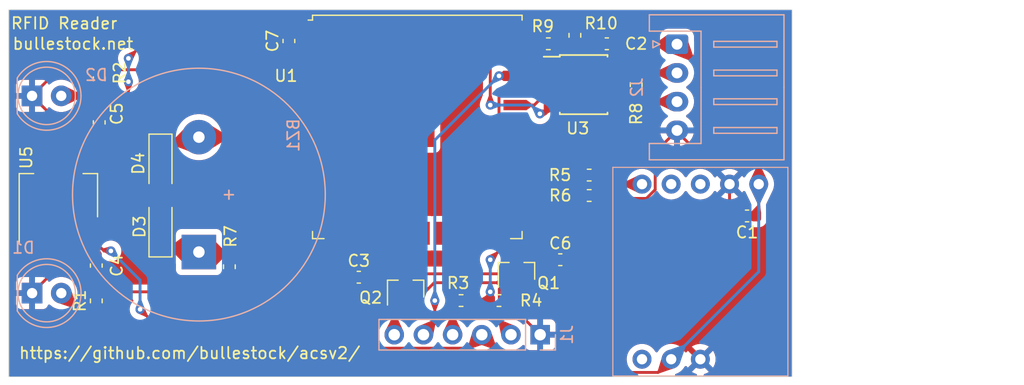
<source format=kicad_pcb>
(kicad_pcb (version 20230410) (generator pcbnew)
  (title_block (comment 4 "AISLER Project ID: ELMSVNFD"))
  (layers (0 "F.Cu" signal) (31 "B.Cu" signal) (34 "B.Paste" user) (35 "F.Paste" user) (36 "B.SilkS" user "B.Silkscreen") (37 "F.SilkS" user "F.Silkscreen") (38 "B.Mask" user) (39 "F.Mask" user) (44 "Edge.Cuts" user))
  (net 0 "")
  (net 1 "BUZ2")
  (net 2 "BUZ1")
  (net 3 "+5V")
  (net 4 "GND")
  (net 5 "Net-(BZ1--)")
  (net 6 "Net-(D1-A)")
  (net 7 "RED")
  (net 8 "GREEN")
  (net 9 "Net-(D2-A)")
  (net 10 "+3V3")
  (net 11 "Net-(D3-A)")
  (net 12 "Net-(J1-Pin_4)")
  (net 13 "Net-(J2-Pin_2)")
  (net 14 "BOOT")
  (net 15 "RESET")
  (net 16 "Net-(U2-TX)")
  (net 32 "ESP_RFID_TX")
  (net 34 "ESP_RX")
  (net 35 "ESP_TX")
  (net 39 "RTS")
  (net 40 "RX485")
  (net 41 "TX485")
  (net 45 "DTR")
  (net 49 "Net-(J2-Pin_3)")
  (net 50 "Net-(U3-RO)")
  (net 51 "RTS485")
  (footprint "Resistor_SMD:R_0603_1608Metric" (layer "F.Cu") (at 94.9705 56.896 180)
    (fp_text reference "R5" (at 2.54 0) (layer "F.SilkS"))
    (fp_text value "1k2")
    (fp_line (start -0.162779 0.51) (end 0.162779 0.51) (stroke (width 0.12)) (layer "F.SilkS"))
    (fp_line (start -0.162779 -0.51) (end 0.162779 -0.51) (stroke (width 0.12)) (layer "F.SilkS"))
    (pad "1" smd roundrect (at -0.7875 0 180) (size 0.875 0.95) (layers "F.Cu" "F.Paste" "F.Mask") (net 16 "Net-(U2-TX)"))
    (pad "2" smd roundrect (at 0.7875 0 180) (size 0.875 0.95) (layers "F.Cu" "F.Paste" "F.Mask") (net 32 "ESP_RFID_TX"))
  )
  (footprint "Resistor_SMD:R_0603_1608Metric" (layer "F.Cu") (at 87.122 67.818)
    (fp_text reference "R4" (at 2.794 0) (layer "F.SilkS"))
    (fp_text value "2k2")
    (fp_line (start -0.162779 -0.51) (end 0.162779 -0.51) (stroke (width 0.12)) (layer "F.SilkS"))
    (fp_line (start -0.162779 0.51) (end 0.162779 0.51) (stroke (width 0.12)) (layer "F.SilkS"))
    (pad "1" smd roundrect (at -0.7875 0) (size 0.875 0.95) (layers "F.Cu" "F.Paste" "F.Mask") (net 34 "ESP_RX"))
    (pad "2" smd roundrect (at 0.7875 0) (size 0.875 0.95) (layers "F.Cu" "F.Paste" "F.Mask") (net 4 "GND"))
  )
  (footprint "Package_TO_SOT_SMD:SOT-23" (layer "F.Cu") (at 78.994 66.802 90)
    (fp_text reference "Q2" (at -0.762 -3.048 -180) (layer "F.SilkS"))
    (fp_text value "MMBT3904")
    (fp_line (start 0.76 -1.58) (end -1.4 -1.58) (stroke (width 0.12)) (layer "F.SilkS"))
    (fp_line (start 0.76 -1.58) (end 0.76 -0.65) (stroke (width 0.12)) (layer "F.SilkS"))
    (fp_line (start 0.76 1.58) (end 0.76 0.65) (stroke (width 0.12)) (layer "F.SilkS"))
    (fp_line (start 0.76 1.58) (end -0.7 1.58) (stroke (width 0.12)) (layer "F.SilkS"))
    (pad "1" smd rect (at -1 -0.95 90) (size 0.9 0.8) (layers "F.Cu" "F.Paste" "F.Mask") (net 45 "DTR"))
    (pad "2" smd rect (at -1 0.95 90) (size 0.9 0.8) (layers "F.Cu" "F.Paste" "F.Mask") (net 39 "RTS"))
    (pad "3" smd rect (at 1 0 90) (size 0.9 0.8) (layers "F.Cu" "F.Paste" "F.Mask") (net 15 "RESET"))
  )
  (footprint "Resistor_SMD:R_0603_1608Metric" (layer "F.Cu") (at 94.9705 58.674)
    (fp_text reference "R6" (at -2.5145 0) (layer "F.SilkS"))
    (fp_text value "2k2")
    (fp_line (start -0.162779 -0.51) (end 0.162779 -0.51) (stroke (width 0.12)) (layer "F.SilkS"))
    (fp_line (start -0.162779 0.51) (end 0.162779 0.51) (stroke (width 0.12)) (layer "F.SilkS"))
    (pad "1" smd roundrect (at -0.7875 0) (size 0.875 0.95) (layers "F.Cu" "F.Paste" "F.Mask") (net 32 "ESP_RFID_TX"))
    (pad "2" smd roundrect (at 0.7875 0) (size 0.875 0.95) (layers "F.Cu" "F.Paste" "F.Mask") (net 4 "GND"))
  )
  (footprint "Capacitor_SMD:C_0603_1608Metric" (layer "F.Cu") (at 92.456 64.262)
    (fp_text reference "C6" (at 0 -1.43) (layer "F.SilkS"))
    (fp_text value "100n")
    (fp_line (start -0.14058 -0.51) (end 0.14058 -0.51) (stroke (width 0.12)) (layer "F.SilkS"))
    (fp_line (start -0.14058 0.51) (end 0.14058 0.51) (stroke (width 0.12)) (layer "F.SilkS"))
    (pad "1" smd roundrect (at -0.775 0) (size 0.9 0.95) (layers "F.Cu" "F.Paste" "F.Mask") (net 14 "BOOT"))
    (pad "2" smd roundrect (at 0.775 0) (size 0.9 0.95) (layers "F.Cu" "F.Paste" "F.Mask") (net 4 "GND"))
  )
  (footprint "Package_TO_SOT_SMD:SOT-223-3_TabPin2" (layer "F.Cu") (at 48.768 58.674 90)
    (fp_text reference "U5" (at 3.302 -2.794 90) (layer "F.SilkS"))
    (fp_text value "AMS1117-3.3")
    (fp_line (start 1.91 -3.41) (end 1.91 -2.15) (stroke (width 0.12)) (layer "F.SilkS"))
    (fp_line (start -4.1 -3.41) (end 1.91 -3.41) (stroke (width 0.12)) (layer "F.SilkS"))
    (fp_line (start 1.91 3.41) (end 1.91 2.15) (stroke (width 0.12)) (layer "F.SilkS"))
    (fp_line (start -1.85 3.41) (end 1.91 3.41) (stroke (width 0.12)) (layer "F.SilkS"))
    (pad "1" smd rect (at -3.15 -2.3 90) (size 2 1.5) (layers "F.Cu" "F.Paste" "F.Mask") (net 4 "GND"))
    (pad "2" smd rect (at -3.15 0 90) (size 2 1.5) (layers "F.Cu" "F.Paste" "F.Mask") (net 10 "+3V3"))
    (pad "2" smd rect (at 3.15 0 90) (size 2 3.8) (layers "F.Cu" "F.Paste" "F.Mask") (net 10 "+3V3"))
    (pad "3" smd rect (at -3.15 2.3 90) (size 2 1.5) (layers "F.Cu" "F.Paste" "F.Mask") (net 3 "+5V"))
  )
  (footprint "RF_Module:ESP32-WROOM-32U" (layer "F.Cu") (at 80.01 52.705)
    (fp_text reference "U1" (at -11.43 -4.445 180) (layer "F.SilkS"))
    (fp_text value "ESP32-WROOM-32U")
    (fp_line (start -9.12 -9.72) (end -9.12 -9.3) (stroke (width 0.12)) (layer "F.SilkS"))
    (fp_line (start -9.12 -9.72) (end 9.12 -9.72) (stroke (width 0.12)) (layer "F.SilkS"))
    (fp_line (start -9.12 -9.3) (end -9.5 -9.3) (stroke (width 0.12)) (layer "F.SilkS"))
    (fp_line (start -9.12 9.1) (end -9.12 9.72) (stroke (width 0.12)) (layer "F.SilkS"))
    (fp_line (start -9.12 9.72) (end -8.12 9.72) (stroke (width 0.12)) (layer "F.SilkS"))
    (fp_line (start 9.12 -9.72) (end 9.12 -9.3) (stroke (width 0.12)) (layer "F.SilkS"))
    (fp_line (start 9.12 9.1) (end 9.12 9.72) (stroke (width 0.12)) (layer "F.SilkS"))
    (fp_line (start 9.12 9.72) (end 8.12 9.72) (stroke (width 0.12)) (layer "F.SilkS"))
    (pad "1" smd rect (at -8.5 -8.255) (size 2 0.9) (layers "F.Cu" "F.Paste" "F.Mask") (net 4 "GND"))
    (pad "2" smd rect (at -8.5 -6.985) (size 2 0.9) (layers "F.Cu" "F.Paste" "F.Mask") (net 10 "+3V3"))
    (pad "3" smd rect (at -8.5 -5.715) (size 2 0.9) (layers "F.Cu" "F.Paste" "F.Mask") (net 15 "RESET"))
    (pad "4" smd rect (at -8.5 -4.445) (size 2 0.9) (layers "F.Cu" "F.Paste" "F.Mask"))
    (pad "5" smd rect (at -8.5 -3.175) (size 2 0.9) (layers "F.Cu" "F.Paste" "F.Mask"))
    (pad "6" smd rect (at -8.5 -1.905) (size 2 0.9) (layers "F.Cu" "F.Paste" "F.Mask"))
    (pad "7" smd rect (at -8.5 -0.635) (size 2 0.9) (layers "F.Cu" "F.Paste" "F.Mask"))
    (pad "8" smd rect (at -8.5 0.635) (size 2 0.9) (layers "F.Cu" "F.Paste" "F.Mask"))
    (pad "9" smd rect (at -8.5 1.905) (size 2 0.9) (layers "F.Cu" "F.Paste" "F.Mask"))
    (pad "10" smd rect (at -8.5 3.175) (size 2 0.9) (layers "F.Cu" "F.Paste" "F.Mask") (net 8 "GREEN"))
    (pad "11" smd rect (at -8.5 4.445) (size 2 0.9) (layers "F.Cu" "F.Paste" "F.Mask") (net 1 "BUZ2"))
    (pad "12" smd rect (at -8.5 5.715) (size 2 0.9) (layers "F.Cu" "F.Paste" "F.Mask") (net 2 "BUZ1"))
    (pad "13" smd rect (at -8.5 6.985) (size 2 0.9) (layers "F.Cu" "F.Paste" "F.Mask") (net 7 "RED"))
    (pad "14" smd rect (at -8.5 8.255) (size 2 0.9) (layers "F.Cu" "F.Paste" "F.Mask"))
    (pad "15" smd rect (at -5.715 9.255 270) (size 2 0.9) (layers "F.Cu" "F.Paste" "F.Mask") (net 4 "GND"))
    (pad "16" smd rect (at -4.445 9.255 90) (size 2 0.9) (layers "F.Cu" "F.Paste" "F.Mask"))
    (pad "17" smd rect (at -3.175 9.255 90) (size 2 0.9) (layers "F.Cu" "F.Paste" "F.Mask"))
    (pad "18" smd rect (at -1.905 9.255 90) (size 2 0.9) (layers "F.Cu" "F.Paste" "F.Mask"))
    (pad "19" smd rect (at -0.635 9.255 90) (size 2 0.9) (layers "F.Cu" "F.Paste" "F.Mask"))
    (pad "20" smd rect (at 0.635 9.255 90) (size 2 0.9) (layers "F.Cu" "F.Paste" "F.Mask"))
    (pad "21" smd rect (at 1.905 9.255 90) (size 2 0.9) (layers "F.Cu" "F.Paste" "F.Mask"))
    (pad "22" smd rect (at 3.175 9.255 90) (size 2 0.9) (layers "F.Cu" "F.Paste" "F.Mask"))
    (pad "23" smd rect (at 4.445 9.255 90) (size 2 0.9) (layers "F.Cu" "F.Paste" "F.Mask"))
    (pad "24" smd rect (at 5.715 9.255 90) (size 2 0.9) (layers "F.Cu" "F.Paste" "F.Mask"))
    (pad "25" smd rect (at 8.5 8.255) (size 2 0.9) (layers "F.Cu" "F.Paste" "F.Mask") (net 14 "BOOT"))
    (pad "26" smd rect (at 8.5 6.985) (size 2 0.9) (layers "F.Cu" "F.Paste" "F.Mask"))
    (pad "27" smd rect (at 8.5 5.715) (size 2 0.9) (layers "F.Cu" "F.Paste" "F.Mask"))
    (pad "28" smd rect (at 8.5 4.445) (size 2 0.9) (layers "F.Cu" "F.Paste" "F.Mask"))
    (pad "29" smd rect (at 8.5 3.175) (size 2 0.9) (layers "F.Cu" "F.Paste" "F.Mask"))
    (pad "30" smd rect (at 8.5 1.905) (size 2 0.9) (layers "F.Cu" "F.Paste" "F.Mask") (net 32 "ESP_RFID_TX"))
    (pad "31" smd rect (at 8.5 0.635) (size 2 0.9) (layers "F.Cu" "F.Paste" "F.Mask"))
    (pad "32" smd rect (at 8.5 -0.635) (size 2 0.9) (layers "F.Cu" "F.Paste" "F.Mask"))
    (pad "33" smd rect (at 8.5 -1.905) (size 2 0.9) (layers "F.Cu" "F.Paste" "F.Mask") (net 51 "RTS485"))
    (pad "34" smd rect (at 8.5 -3.175) (size 2 0.9) (layers "F.Cu" "F.Paste" "F.Mask") (net 34 "ESP_RX"))
    (pad "35" smd rect (at 8.5 -4.445) (size 2 0.9) (layers "F.Cu" "F.Paste" "F.Mask") (net 35 "ESP_TX"))
    (pad "36" smd rect (at 8.5 -5.715) (size 2 0.9) (layers "F.Cu" "F.Paste" "F.Mask") (net 40 "RX485"))
    (pad "37" smd rect (at 8.5 -6.985) (size 2 0.9) (layers "F.Cu" "F.Paste" "F.Mask") (net 41 "TX485"))
    (pad "38" smd rect (at 8.5 -8.255) (size 2 0.9) (layers "F.Cu" "F.Paste" "F.Mask") (net 4 "GND"))
    (pad "39" smd rect (at -1 -0.755) (size 5 5) (layers "F.Cu" "F.Paste" "F.Mask") (net 4 "GND"))
  )
  (footprint "Resistor_SMD:R_0603_1608Metric" (layer "F.Cu") (at 83.82 67.818)
    (fp_text reference "R3" (at -0.254 -1.524) (layer "F.SilkS"))
    (fp_text value "1k2")
    (fp_line (start -0.162779 -0.51) (end 0.162779 -0.51) (stroke (width 0.12)) (layer "F.SilkS"))
    (fp_line (start -0.162779 0.51) (end 0.162779 0.51) (stroke (width 0.12)) (layer "F.SilkS"))
    (pad "1" smd roundrect (at -0.7875 0) (size 0.875 0.95) (layers "F.Cu" "F.Paste" "F.Mask") (net 12 "Net-(J1-Pin_4)"))
    (pad "2" smd roundrect (at 0.7875 0) (size 0.875 0.95) (layers "F.Cu" "F.Paste" "F.Mask") (net 34 "ESP_RX"))
  )
  (footprint "Resistor_SMD:R_0603_1608Metric" (layer "F.Cu") (at 99.06 49.022 -90)
    (fp_text reference "R8" (at 2.54 0 90) (layer "F.SilkS"))
    (fp_text value "120")
    (fp_line (start -0.162779 0.51) (end 0.162779 0.51) (stroke (width 0.12)) (layer "F.SilkS"))
    (fp_line (start -0.162779 -0.51) (end 0.162779 -0.51) (stroke (width 0.12)) (layer "F.SilkS"))
    (pad "1" smd roundrect (at -0.7875 0 270) (size 0.875 0.95) (layers "F.Cu" "F.Paste" "F.Mask") (net 13 "Net-(J2-Pin_2)"))
    (pad "2" smd roundrect (at 0.7875 0 270) (size 0.875 0.95) (layers "F.Cu" "F.Paste" "F.Mask") (net 49 "Net-(J2-Pin_3)"))
  )
  (footprint "Resistor_SMD:R_0603_1608Metric" (layer "F.Cu") (at 91.4145 45.466 180)
    (fp_text reference "R9" (at 0.4825 1.524 -180) (layer "F.SilkS"))
    (fp_text value "1k2")
    (fp_line (start -0.162779 0.51) (end 0.162779 0.51) (stroke (width 0.12)) (layer "F.SilkS"))
    (fp_line (start -0.162779 -0.51) (end 0.162779 -0.51) (stroke (width 0.12)) (layer "F.SilkS"))
    (pad "1" smd roundrect (at -0.7875 0 180) (size 0.875 0.95) (layers "F.Cu" "F.Paste" "F.Mask") (net 50 "Net-(U3-RO)"))
    (pad "2" smd roundrect (at 0.7875 0 180) (size 0.875 0.95) (layers "F.Cu" "F.Paste" "F.Mask") (net 40 "RX485"))
  )
  (footprint "Resistor_SMD:R_0603_1608Metric" (layer "F.Cu") (at 63.6524 64.8717 90)
    (fp_text reference "R7" (at 2.6417 0.1016 -90) (layer "F.SilkS"))
    (fp_text value "100")
    (fp_line (start -0.162779 -0.51) (end 0.162779 -0.51) (stroke (width 0.12)) (layer "F.SilkS"))
    (fp_line (start -0.162779 0.51) (end 0.162779 0.51) (stroke (width 0.12)) (layer "F.SilkS"))
    (pad "1" smd roundrect (at -0.7875 0 90) (size 0.875 0.95) (layers "F.Cu" "F.Paste" "F.Mask") (net 2 "BUZ1"))
    (pad "2" smd roundrect (at 0.7875 0 90) (size 0.875 0.95) (layers "F.Cu" "F.Paste" "F.Mask") (net 5 "Net-(BZ1--)"))
  )
  (footprint "Resistor_SMD:R_0603_1608Metric" (layer "F.Cu") (at 52.07 67.8435 90)
    (fp_text reference "R1" (at 0 -1.43 90) (layer "F.SilkS"))
    (fp_text value "270")
    (fp_line (start -0.162779 -0.51) (end 0.162779 -0.51) (stroke (width 0.12)) (layer "F.SilkS"))
    (fp_line (start -0.162779 0.51) (end 0.162779 0.51) (stroke (width 0.12)) (layer "F.SilkS"))
    (pad "1" smd roundrect (at -0.7875 0 90) (size 0.875 0.95) (layers "F.Cu" "F.Paste" "F.Mask") (net 6 "Net-(D1-A)"))
    (pad "2" smd roundrect (at 0.7875 0 90) (size 0.875 0.95) (layers "F.Cu" "F.Paste" "F.Mask") (net 7 "RED"))
  )
  (footprint "Package_TO_SOT_SMD:SOT-23" (layer "F.Cu") (at 88.646 65.262 90)
    (fp_text reference "Q1" (at -1.032 2.794 -180) (layer "F.SilkS"))
    (fp_text value "MMBT3904")
    (fp_line (start 0.76 -1.58) (end -1.4 -1.58) (stroke (width 0.12)) (layer "F.SilkS"))
    (fp_line (start 0.76 -1.58) (end 0.76 -0.65) (stroke (width 0.12)) (layer "F.SilkS"))
    (fp_line (start 0.76 1.58) (end 0.76 0.65) (stroke (width 0.12)) (layer "F.SilkS"))
    (fp_line (start 0.76 1.58) (end -0.7 1.58) (stroke (width 0.12)) (layer "F.SilkS"))
    (pad "1" smd rect (at -1 -0.95 90) (size 0.9 0.8) (layers "F.Cu" "F.Paste" "F.Mask") (net 39 "RTS"))
    (pad "2" smd rect (at -1 0.95 90) (size 0.9 0.8) (layers "F.Cu" "F.Paste" "F.Mask") (net 45 "DTR"))
    (pad "3" smd rect (at 1 0 90) (size 0.9 0.8) (layers "F.Cu" "F.Paste" "F.Mask") (net 14 "BOOT"))
  )
  (footprint "Diode_SMD:D_MiniMELF" (layer "F.Cu") (at 57.658 61.468 90)
    (fp_text reference "D3" (at 0.0762 -1.8288 90) (layer "F.SilkS"))
    (fp_text value "3V9")
    (fp_line (start 1.75 -1) (end -2.55 -1) (stroke (width 0.12)) (layer "F.SilkS"))
    (fp_line (start -2.55 -1) (end -2.55 1) (stroke (width 0.12)) (layer "F.SilkS"))
    (fp_line (start -2.55 1) (end 1.75 1) (stroke (width 0.12)) (layer "F.SilkS"))
    (pad "1" smd rect (at -1.75 0 90) (size 1.3 1.7) (layers "F.Cu" "F.Paste" "F.Mask") (net 5 "Net-(BZ1--)"))
    (pad "2" smd rect (at 1.75 0 90) (size 1.3 1.7) (layers "F.Cu" "F.Paste" "F.Mask") (net 11 "Net-(D3-A)"))
  )
  (footprint "Resistor_SMD:R_0603_1608Metric" (layer "F.Cu") (at 93.726 44.7295 90)
    (fp_text reference "R10" (at 1.0415 2.286) (layer "F.SilkS"))
    (fp_text value "2k2")
    (fp_line (start -0.162779 -0.51) (end 0.162779 -0.51) (stroke (width 0.12)) (layer "F.SilkS"))
    (fp_line (start -0.162779 0.51) (end 0.162779 0.51) (stroke (width 0.12)) (layer "F.SilkS"))
    (pad "1" smd roundrect (at -0.7875 0 90) (size 0.875 0.95) (layers "F.Cu" "F.Paste" "F.Mask") (net 40 "RX485"))
    (pad "2" smd roundrect (at 0.7875 0 90) (size 0.875 0.95) (layers "F.Cu" "F.Paste" "F.Mask") (net 4 "GND"))
  )
  (footprint "Capacitor_SMD:C_0603_1608Metric" (layer "F.Cu") (at 68.834 45.225 90)
    (fp_text reference "C7" (at 0 -1.43 -90) (layer "F.SilkS"))
    (fp_text value "100n")
    (fp_line (start -0.14058 -0.51) (end 0.14058 -0.51) (stroke (width 0.12)) (layer "F.SilkS"))
    (fp_line (start -0.14058 0.51) (end 0.14058 0.51) (stroke (width 0.12)) (layer "F.SilkS"))
    (pad "1" smd roundrect (at -0.775 0 90) (size 0.9 0.95) (layers "F.Cu" "F.Paste" "F.Mask") (net 10 "+3V3"))
    (pad "2" smd roundrect (at 0.775 0 90) (size 0.9 0.95) (layers "F.Cu" "F.Paste" "F.Mask") (net 4 "GND"))
  )
  (footprint "Capacitor_SMD:C_0603_1608Metric" (layer "F.Cu") (at 52.324 52.311 90)
    (fp_text reference "C5" (at 0.749 1.524 -90) (layer "F.SilkS"))
    (fp_text value "100n")
    (fp_line (start -0.14058 -0.51) (end 0.14058 -0.51) (stroke (width 0.12)) (layer "F.SilkS"))
    (fp_line (start -0.14058 0.51) (end 0.14058 0.51) (stroke (width 0.12)) (layer "F.SilkS"))
    (pad "1" smd roundrect (at -0.775 0 90) (size 0.9 0.95) (layers "F.Cu" "F.Paste" "F.Mask") (net 10 "+3V3"))
    (pad "2" smd roundrect (at 0.775 0 90) (size 0.9 0.95) (layers "F.Cu" "F.Paste" "F.Mask") (net 4 "GND"))
  )
  (footprint "Housings_SOIC:SOIC-8_3.9x4.9mm_Pitch1.27mm" (layer "F.Cu") (at 94.488 49.022)
    (fp_text reference "U3" (at -0.508 3.81) (layer "F.SilkS"))
    (fp_text value "MAX485E")
    (fp_line (start -2.075 -2.575) (end -2.075 -2.43) (stroke (width 0.15)) (layer "F.SilkS"))
    (fp_line (start -2.075 -2.575) (end 2.075 -2.575) (stroke (width 0.15)) (layer "F.SilkS"))
    (fp_line (start -2.075 -2.43) (end -3.475 -2.43) (stroke (width 0.15)) (layer "F.SilkS"))
    (fp_line (start -2.075 2.575) (end -2.075 2.43) (stroke (width 0.15)) (layer "F.SilkS"))
    (fp_line (start -2.075 2.575) (end 2.075 2.575) (stroke (width 0.15)) (layer "F.SilkS"))
    (fp_line (start 2.075 -2.575) (end 2.075 -2.43) (stroke (width 0.15)) (layer "F.SilkS"))
    (fp_line (start 2.075 2.575) (end 2.075 2.43) (stroke (width 0.15)) (layer "F.SilkS"))
    (pad "1" smd rect (at -2.7 -1.905) (size 1.55 0.6) (layers "F.Cu" "F.Paste" "F.Mask") (net 50 "Net-(U3-RO)"))
    (pad "2" smd rect (at -2.7 -0.635) (size 1.55 0.6) (layers "F.Cu" "F.Paste" "F.Mask") (net 51 "RTS485"))
    (pad "3" smd rect (at -2.7 0.635) (size 1.55 0.6) (layers "F.Cu" "F.Paste" "F.Mask") (net 51 "RTS485"))
    (pad "4" smd rect (at -2.7 1.905) (size 1.55 0.6) (layers "F.Cu" "F.Paste" "F.Mask") (net 41 "TX485"))
    (pad "5" smd rect (at 2.7 1.905) (size 1.55 0.6) (layers "F.Cu" "F.Paste" "F.Mask") (net 4 "GND"))
    (pad "6" smd rect (at 2.7 0.635) (size 1.55 0.6) (layers "F.Cu" "F.Paste" "F.Mask") (net 49 "Net-(J2-Pin_3)"))
    (pad "7" smd rect (at 2.7 -0.635) (size 1.55 0.6) (layers "F.Cu" "F.Paste" "F.Mask") (net 13 "Net-(J2-Pin_2)"))
    (pad "8" smd rect (at 2.7 -1.905) (size 1.55 0.6) (layers "F.Cu" "F.Paste" "F.Mask") (net 3 "+5V"))
  )
  (footprint "Resistor_SMD:R_0603_1608Metric" (layer "F.Cu") (at 52.324 48.514 90)
    (fp_text reference "R2" (at 0.508 1.778 90) (layer "F.SilkS"))
    (fp_text value "270")
    (fp_line (start -0.162779 -0.51) (end 0.162779 -0.51) (stroke (width 0.12)) (layer "F.SilkS"))
    (fp_line (start -0.162779 0.51) (end 0.162779 0.51) (stroke (width 0.12)) (layer "F.SilkS"))
    (pad "1" smd roundrect (at -0.7875 0 90) (size 0.875 0.95) (layers "F.Cu" "F.Paste" "F.Mask") (net 9 "Net-(D2-A)"))
    (pad "2" smd roundrect (at 0.7875 0 90) (size 0.875 0.95) (layers "F.Cu" "F.Paste" "F.Mask") (net 8 "GREEN"))
  )
  (footprint "Capacitor_SMD:C_0603_1608Metric" (layer "F.Cu") (at 96.507 45.466 180)
    (fp_text reference "C2" (at -2.553 0) (layer "F.SilkS"))
    (fp_text value "100n")
    (fp_line (start -0.14058 0.51) (end 0.14058 0.51) (stroke (width 0.12)) (layer "F.SilkS"))
    (fp_line (start -0.14058 -0.51) (end 0.14058 -0.51) (stroke (width 0.12)) (layer "F.SilkS"))
    (pad "1" smd roundrect (at -0.775 0 180) (size 0.9 0.95) (layers "F.Cu" "F.Paste" "F.Mask") (net 3 "+5V"))
    (pad "2" smd roundrect (at 0.775 0 180) (size 0.9 0.95) (layers "F.Cu" "F.Paste" "F.Mask") (net 4 "GND"))
  )
  (footprint "Capacitor_SMD:C_0603_1608Metric" (layer "F.Cu") (at 108.712 60.452 180)
    (fp_text reference "C1" (at 0 -1.43 -180) (layer "F.SilkS"))
    (fp_text value "10u")
    (fp_line (start -0.14058 0.51) (end 0.14058 0.51) (stroke (width 0.12)) (layer "F.SilkS"))
    (fp_line (start -0.14058 -0.51) (end 0.14058 -0.51) (stroke (width 0.12)) (layer "F.SilkS"))
    (pad "1" smd roundrect (at -0.775 0 180) (size 0.9 0.95) (layers "F.Cu" "F.Paste" "F.Mask") (net 3 "+5V"))
    (pad "2" smd roundrect (at 0.775 0 180) (size 0.9 0.95) (layers "F.Cu" "F.Paste" "F.Mask") (net 4 "GND"))
  )
  (footprint "Capacitor_SMD:C_0603_1608Metric" (layer "F.Cu") (at 52.07 64.77 -90)
    (fp_text reference "C4" (at 0 -1.778 90) (layer "F.SilkS"))
    (fp_text value "100n")
    (fp_line (start -0.14058 0.51) (end 0.14058 0.51) (stroke (width 0.12)) (layer "F.SilkS"))
    (fp_line (start -0.14058 -0.51) (end 0.14058 -0.51) (stroke (width 0.12)) (layer "F.SilkS"))
    (pad "1" smd roundrect (at -0.775 0 270) (size 0.9 0.95) (layers "F.Cu" "F.Paste" "F.Mask") (net 3 "+5V"))
    (pad "2" smd roundrect (at 0.775 0 270) (size 0.9 0.95) (layers "F.Cu" "F.Paste" "F.Mask") (net 4 "GND"))
  )
  (footprint "Capacitor_SMD:C_0603_1608Metric" (layer "F.Cu") (at 74.917 65.786)
    (fp_text reference "C3" (at 0 -1.43) (layer "F.SilkS"))
    (fp_text value "100n")
    (fp_line (start -0.14058 -0.51) (end 0.14058 -0.51) (stroke (width 0.12)) (layer "F.SilkS"))
    (fp_line (start -0.14058 0.51) (end 0.14058 0.51) (stroke (width 0.12)) (layer "F.SilkS"))
    (pad "1" smd roundrect (at -0.775 0) (size 0.9 0.95) (layers "F.Cu" "F.Paste" "F.Mask") (net 4 "GND"))
    (pad "2" smd roundrect (at 0.775 0) (size 0.9 0.95) (layers "F.Cu" "F.Paste" "F.Mask") (net 15 "RESET"))
  )
  (footprint "Diode_SMD:D_MiniMELF" (layer "F.Cu") (at 57.658 55.88 -90)
    (fp_text reference "D4" (at 0 1.9304 90) (layer "F.SilkS"))
    (fp_text value "3V9")
    (fp_line (start -2.55 1) (end 1.75 1) (stroke (width 0.12)) (layer "F.SilkS"))
    (fp_line (start -2.55 -1) (end -2.55 1) (stroke (width 0.12)) (layer "F.SilkS"))
    (fp_line (start 1.75 -1) (end -2.55 -1) (stroke (width 0.12)) (layer "F.SilkS"))
    (pad "1" smd rect (at -1.75 0 270) (size 1.3 1.7) (layers "F.Cu" "F.Paste" "F.Mask") (net 1 "BUZ2"))
    (pad "2" smd rect (at 1.75 0 270) (size 1.3 1.7) (layers "F.Cu" "F.Paste" "F.Mask") (net 11 "Net-(D3-A)"))
  )
  (footprint "LED_THT:LED_D5.0mm" (layer "B.Cu") (at 46.477 50)
    (fp_text reference "D2" (at 5.593 -1.816) (layer "B.SilkS") (effects (justify mirror)))
    (fp_text value "LED")
    (fp_line (start -1.29 -1.545) (end -1.29 1.545) (stroke (width 0.12)) (layer "B.SilkS"))
    (fp_arc (start -1.29 -1.54483) (mid 2.072002 -2.880433) (end 4.26 0.000462) (stroke (width 0.12)) (layer "B.SilkS"))
    (fp_arc (start 4.26 -0.000462) (mid 2.072002 2.880433) (end -1.29 1.54483) (stroke (width 0.12)) (layer "B.SilkS"))
    (fp_circle (center 1.27 0) (end 3.77 0) (stroke (width 0.12)) (fill none) (layer "B.SilkS"))
    (pad "1" thru_hole rect (at 0 0) (size 1.8 1.8) (drill 0.9) (layers "*.Cu" "*.Mask") (net 4 "GND"))
    (pad "2" thru_hole circle (at 2.54 0) (size 1.8 1.8) (drill 0.9) (layers "*.Cu" "*.Mask") (net 9 "Net-(D2-A)"))
  )
  (footprint "Connector_JST:JST_XH_S04B-XH-A_1x04_P2.50mm_Horizontal" (layer "B.Cu") (at 102.616 45.506 -90)
    (fp_text reference "J2" (at 3.75 3.5 90) (layer "B.SilkS") (effects (justify mirror)))
    (fp_text value "RS485")
    (fp_line (start -2.56 2.41) (end -2.56 -9.31) (stroke (width 0.12)) (layer "B.SilkS"))
    (fp_line (start -1.14 2.41) (end -2.56 2.41) (stroke (width 0.12)) (layer "B.SilkS"))
    (fp_line (start 8.64 2.41) (end 10.06 2.41) (stroke (width 0.12)) (layer "B.SilkS"))
    (fp_line (start 10.06 2.41) (end 10.06 -9.31) (stroke (width 0.12)) (layer "B.SilkS"))
    (fp_line (start -0.3 2.1) (end 0 1.5) (stroke (width 0.12)) (layer "B.SilkS"))
    (fp_line (start 0.3 2.1) (end -0.3 2.1) (stroke (width 0.12)) (layer "B.SilkS"))
    (fp_line (start 0 1.5) (end 0.3 2.1) (stroke (width 0.12)) (layer "B.SilkS"))
    (fp_line (start -1.14 -2.09) (end -1.14 2.41) (stroke (width 0.12)) (layer "B.SilkS"))
    (fp_line (start 3.75 -2.09) (end -1.14 -2.09) (stroke (width 0.12)) (layer "B.SilkS"))
    (fp_line (start 3.75 -2.09) (end 8.64 -2.09) (stroke (width 0.12)) (layer "B.SilkS"))
    (fp_line (start 8.64 -2.09) (end 8.64 2.41) (stroke (width 0.12)) (layer "B.SilkS"))
    (fp_line (start -0.25 -3.2) (end 0.25 -3.2) (stroke (width 0.12)) (layer "B.SilkS"))
    (fp_line (start 0.25 -3.2) (end 0.25 -8.7) (stroke (width 0.12)) (layer "B.SilkS"))
    (fp_line (start 2.25 -3.2) (end 2.75 -3.2) (stroke (width 0.12)) (layer "B.SilkS"))
    (fp_line (start 2.75 -3.2) (end 2.75 -8.7) (stroke (width 0.12)) (layer "B.SilkS"))
    (fp_line (start 4.75 -3.2) (end 5.25 -3.2) (stroke (width 0.12)) (layer "B.SilkS"))
    (fp_line (start 5.25 -3.2) (end 5.25 -8.7) (stroke (width 0.12)) (layer "B.SilkS"))
    (fp_line (start 7.25 -3.2) (end 7.75 -3.2) (stroke (width 0.12)) (layer "B.SilkS"))
    (fp_line (start 7.75 -3.2) (end 7.75 -8.7) (stroke (width 0.12)) (layer "B.SilkS"))
    (fp_line (start -0.25 -8.7) (end -0.25 -3.2) (stroke (width 0.12)) (layer "B.SilkS"))
    (fp_line (start 0.25 -8.7) (end -0.25 -8.7) (stroke (width 0.12)) (layer "B.SilkS"))
    (fp_line (start 2.25 -8.7) (end 2.25 -3.2) (stroke (width 0.12)) (layer "B.SilkS"))
    (fp_line (start 2.75 -8.7) (end 2.25 -8.7) (stroke (width 0.12)) (layer "B.SilkS"))
    (fp_line (start 4.75 -8.7) (end 4.75 -3.2) (stroke (width 0.12)) (layer "B.SilkS"))
    (fp_line (start 5.25 -8.7) (end 4.75 -8.7) (stroke (width 0.12)) (layer "B.SilkS"))
    (fp_line (start 7.25 -8.7) (end 7.25 -3.2) (stroke (width 0.12)) (layer "B.SilkS"))
    (fp_line (start 7.75 -8.7) (end 7.25 -8.7) (stroke (width 0.12)) (layer "B.SilkS"))
    (fp_line (start -2.56 -9.31) (end 3.75 -9.31) (stroke (width 0.12)) (layer "B.SilkS"))
    (fp_line (start 10.06 -9.31) (end 3.75 -9.31) (stroke (width 0.12)) (layer "B.SilkS"))
    (pad "1" thru_hole roundrect (at 0 0 270) (size 1.7 1.95) (drill 0.95) (layers "*.Cu" "*.Mask") (roundrect_rratio 0.1470588235) (net 3 "+5V"))
    (pad "2" thru_hole oval (at 2.5 0 270) (size 1.7 1.95) (drill 0.95) (layers "*.Cu" "*.Mask") (net 13 "Net-(J2-Pin_2)"))
    (pad "3" thru_hole oval (at 5 0 270) (size 1.7 1.95) (drill 0.95) (layers "*.Cu" "*.Mask") (net 49 "Net-(J2-Pin_3)"))
    (pad "4" thru_hole oval (at 7.5 0 270) (size 1.7 1.95) (drill 0.95) (layers "*.Cu" "*.Mask") (net 4 "GND"))
  )
  (footprint "Connector_PinHeader_2.54mm:PinHeader_1x06_P2.54mm_Vertical" (layer "B.Cu") (at 90.7034 70.7898 90)
    (fp_text reference "J1" (at 0 2.33 -90) (layer "B.SilkS") (effects (justify mirror)))
    (fp_text value "Debug")
    (fp_line (start 1.33 -14.03) (end -1.33 -14.03) (stroke (width 0.12)) (layer "B.SilkS"))
    (fp_line (start 1.33 -14.03) (end 1.33 -1.27) (stroke (width 0.12)) (layer "B.SilkS"))
    (fp_line (start -1.33 -14.03) (end -1.33 -1.27) (stroke (width 0.12)) (layer "B.SilkS"))
    (fp_line (start 1.33 -1.27) (end -1.33 -1.27) (stroke (width 0.12)) (layer "B.SilkS"))
    (fp_line (start 0 1.33) (end -1.33 1.33) (stroke (width 0.12)) (layer "B.SilkS"))
    (fp_line (start -1.33 1.33) (end -1.33 0) (stroke (width 0.12)) (layer "B.SilkS"))
    (pad "1" thru_hole rect (at 0 0 270) (size 1.7 1.7) (drill 1) (layers "*.Cu" "*.Mask") (net 4 "GND"))
    (pad "2" thru_hole oval (at 0 -2.54 270) (size 1.7 1.7) (drill 1) (layers "*.Cu" "*.Mask") (net 39 "RTS"))
    (pad "3" thru_hole oval (at 0 -5.08 270) (size 1.7 1.7) (drill 1) (layers "*.Cu" "*.Mask") (net 3 "+5V"))
    (pad "4" thru_hole oval (at 0 -7.62 270) (size 1.7 1.7) (drill 1) (layers "*.Cu" "*.Mask") (net 12 "Net-(J1-Pin_4)"))
    (pad "5" thru_hole oval (at 0 -10.16 270) (size 1.7 1.7) (drill 1) (layers "*.Cu" "*.Mask") (net 35 "ESP_TX"))
    (pad "6" thru_hole oval (at 0 -12.7 270) (size 1.7 1.7) (drill 1) (layers "*.Cu" "*.Mask") (net 45 "DTR"))
  )
  (footprint "Module:Buzzer_D22mm_H8mm_P10mm" (layer "B.Cu") (at 61 58.594 90)
    (fp_text reference "BZ1" (at 5.16 8.23 90) (layer "B.SilkS") (effects (justify mirror)))
    (fp_text value "Buzzer")
    (fp_circle (center 0 0) (end 11 0) (stroke (width 0.12)) (fill none) (layer "B.SilkS"))
    (fp_text user "+" (at -0.01 2.54 90) (layer "B.SilkS") (effects (justify mirror)))
    (pad "1" thru_hole rect (at -5 0 90) (size 3 3) (drill 1) (layers "*.Cu" "*.Mask") (net 5 "Net-(BZ1--)"))
    (pad "2" thru_hole circle (at 5 0 90) (size 3 3) (drill 1) (layers "*.Cu" "*.Mask") (net 1 "BUZ2"))
  )
  (footprint "LED_THT:LED_D5.0mm" (layer "B.Cu") (at 46.482 67.17)
    (fp_text reference "D1" (at -0.762 -3.95) (layer "B.SilkS") (effects (justify mirror)))
    (fp_text value "LED")
    (fp_line (start -1.29 -1.545) (end -1.29 1.545) (stroke (width 0.12)) (layer "B.SilkS"))
    (fp_arc (start -1.29 -1.54483) (mid 2.072002 -2.880433) (end 4.26 0.000462) (stroke (width 0.12)) (layer "B.SilkS"))
    (fp_arc (start 4.26 -0.000462) (mid 2.072002 2.880433) (end -1.29 1.54483) (stroke (width 0.12)) (layer "B.SilkS"))
    (fp_circle (center 1.27 0) (end 3.77 0) (stroke (width 0.12)) (fill none) (layer "B.SilkS"))
    (pad "1" thru_hole rect (at 0 0) (size 1.8 1.8) (drill 0.9) (layers "*.Cu" "*.Mask") (net 4 "GND"))
    (pad "2" thru_hole circle (at 2.54 0) (size 1.8 1.8) (drill 0.9) (layers "*.Cu" "*.Mask") (net 6 "Net-(D1-A)"))
  )
  (footprint "Module:RDM6300_B38.5x18.2mm" (layer "B.Cu") (at 132.588 72.9234 180)
    (fp_text reference "U2" hide)
    (fp_text value "RDM6300")
    (fp_line (start 35.56 16.7005) (end 35.56 -1.4605) (stroke (width 0.1)) (layer "B.SilkS"))
    (fp_line (start 35.56 -1.4605) (end 20.32 -1.4605) (stroke (width 0.1)) (layer "B.SilkS"))
    (fp_line (start 20.32 16.7005) (end 35.56 16.7005) (stroke (width 0.1)) (layer "B.SilkS"))
    (fp_line (start 20.32 -1.4605) (end 20.32 16.7005) (stroke (width 0.1)) (layer "B.SilkS"))
    (pad "3" thru_hole circle (at 27.94 0 180) (size 1.65 1.65) (drill 0.9) (layers "*.Cu" "*.Mask") (net 4 "GND"))
    (pad "4" thru_hole circle (at 30.48 0 180) (size 1.65 1.65) (drill 0.9) (layers "*.Cu" "*.Mask") (net 3 "+5V"))
    (pad "5" thru_hole circle (at 33.02 0 180) (size 1.65 1.65) (drill 0.9) (layers "*.Cu" "*.Mask"))
    (pad "6" thru_hole circle (at 33.02 15.24 180) (size 1.65 1.65) (drill 0.9) (layers "*.Cu" "*.Mask") (net 16 "Net-(U2-TX)"))
    (pad "7" thru_hole circle (at 30.48 15.24 180) (size 1.65 1.65) (drill 0.9) (layers "*.Cu" "*.Mask"))
    (pad "8" thru_hole circle (at 27.94 15.24 180) (size 1.65 1.65) (drill 0.9) (layers "*.Cu" "*.Mask"))
    (pad "9" thru_hole circle (at 25.4 15.24 180) (size 1.65 1.65) (drill 0.9) (layers "*.Cu" "*.Mask") (net 4 "GND"))
    (pad "10" thru_hole circle (at 22.86 15.24 180) (size 1.65 1.65) (drill 0.9) (layers "*.Cu" "*.Mask") (net 3 "+5V"))
  )
  (gr_rect (start 44.45 42.5) (end 112.6282 74.4474) (stroke (width 0.05)) (fill none) (layer "Edge.Cuts"))
  (gr_text "https://github.com/bullestock/acsv2/" (at 60.198 72.39) (layer "F.SilkS") (effects (font (size 1 1))))
  (gr_text "RFID Reader" (at 49.276 43.688) (layer "F.SilkS") (effects (font (size 1 1))))
  (gr_text "bullestock.net" (at 50.038 45.466) (layer "F.SilkS") (effects (font (size 1 1))))
  (segment (start 68.834 57.15) (end 65.278 53.594) (width 0.25) (layer "F.Cu") (net 1))
  (segment (start 57.658 54.13) (end 60.464 54.13) (width 0.25) (layer "F.Cu") (net 1))
  (segment (start 71.51 57.15) (end 68.834 57.15) (width 0.25) (layer "F.Cu") (net 1))
  (segment (start 60.464 54.13) (end 61 53.594) (width 0.25) (layer "F.Cu") (net 1))
  (segment (start 65.278 53.594) (end 61 53.594) (width 0.25) (layer "F.Cu") (net 1))
  (segment (start 70.26 58.42) (end 67.8725 60.8075) (width 0.25) (layer "F.Cu") (net 2))
  (segment (start 67.8725 63.8085) (end 66.0218 65.6592) (width 0.25) (layer "F.Cu") (net 2))
  (segment (start 67.8725 60.8075) (end 67.8725 63.8085) (width 0.25) (layer "F.Cu") (net 2))
  (segment (start 71.51 58.42) (end 70.26 58.42) (width 0.25) (layer "F.Cu") (net 2))
  (segment (start 66.0218 65.6592) (end 63.6524 65.6592) (width 0.25) (layer "F.Cu") (net 2))
  (segment (start 109.728 57.6834) (end 109.728 60.211) (width 0.25) (layer "F.Cu") (net 3))
  (segment (start 102.616 45.506) (end 109.728 52.618) (width 0.25) (layer "F.Cu") (net 3))
  (segment (start 109.728 60.211) (end 109.487 60.452) (width 0.25) (layer "F.Cu") (net 3))
  (segment (start 52.07 62.826) (end 51.068 61.824) (width 0.25) (layer "F.Cu") (net 3))
  (segment (start 88.9065 74.0729) (end 85.6234 70.7898) (width 0.25) (layer "F.Cu") (net 3))
  (segment (start 53.34 63.5) (end 52.744 63.5) (width 0.25) (layer "F.Cu") (net 3))
  (segment (start 97.282 45.466) (end 97.282 47.023) (width 0.25) (layer "F.Cu") (net 3))
  (segment (start 109.728 52.618) (end 109.728 57.6834) (width 0.25) (layer "F.Cu") (net 3))
  (segment (start 52.744 63.5) (end 51.068 61.824) (width 0.25) (layer "F.Cu") (net 3))
  (segment (start 59.2643 71.9643) (end 55.88 68.58) (width 0.25) (layer "F.Cu") (net 3))
  (segment (start 52.07 63.995) (end 52.07 62.826) (width 0.25) (layer "F.Cu") (net 3))
  (segment (start 97.322 45.506) (end 97.282 45.466) (width 0.25) (layer "F.Cu") (net 3))
  (segment (start 84.4489 71.9643) (end 59.2643 71.9643) (width 0.25) (layer "F.Cu") (net 3))
  (segment (start 97.282 47.023) (end 97.188 47.117) (width 0.25) (layer "F.Cu") (net 3))
  (segment (start 100.9585 74.0729) (end 88.9065 74.0729) (width 0.25) (layer "F.Cu") (net 3))
  (segment (start 85.6234 70.7898) (end 84.4489 71.9643) (width 0.25) (layer "F.Cu") (net 3))
  (segment (start 102.108 72.9234) (end 100.9585 74.0729) (width 0.25) (layer "F.Cu") (net 3))
  (segment (start 102.616 45.506) (end 97.322 45.506) (width 0.25) (layer "F.Cu") (net 3))
  (via (at 53.34 63.5) (size 0.8) (drill 0.4) (layers "F.Cu" "B.Cu") (net 3))
  (via (at 55.88 68.58) (size 0.8) (drill 0.4) (layers "F.Cu" "B.Cu") (net 3))
  (segment (start 55.88 68.58) (end 55.88 66.04) (width 0.25) (layer "B.Cu") (net 3))
  (segment (start 109.728 65.3034) (end 102.108 72.9234) (width 0.25) (layer "B.Cu") (net 3))
  (segment (start 55.88 66.04) (end 53.34 63.5) (width 0.25) (layer "B.Cu") (net 3))
  (segment (start 109.728 57.6834) (end 109.728 65.3034) (width 0.25) (layer "B.Cu") (net 3))
  (segment (start 96.713 50.927) (end 97.188 50.927) (width 0.25) (layer "F.Cu") (net 4))
  (segment (start 89.018 43.942) (end 88.51 44.45) (width 0.25) (layer "F.Cu") (net 4))
  (segment (start 79.01 50.7) (end 79.01 51.95) (width 0.25) (layer "F.Cu") (net 4))
  (segment (start 104.648 72.9234) (end 107.937 69.6344) (width 0.25) (layer "F.Cu") (net 4))
  (segment (start 88.51 44.45) (end 86.51 44.45) (width 0.25) (layer "F.Cu") (net 4))
  (segment (start 94.208 43.942) (end 95.732 45.466) (width 0.25) (layer "F.Cu") (net 4))
  (segment (start 72.76 44.45) (end 79.01 50.7) (width 0.25) (layer "F.Cu") (net 4))
  (segment (start 86.51 44.45) (end 79.01 51.95) (width 0.25) (layer "F.Cu") (net 4))
  (segment (start 48.107 65.545) (end 46.482 67.17) (width 0.25) (layer "F.Cu") (net 4))
  (segment (start 102.616 53.006) (end 99.267 53.006) (width 0.25) (layer "F.Cu") (net 4))
  (segment (start 71.51 44.45) (end 68.834 44.45) (width 0.25) (layer "F.Cu") (net 4))
  (segment (start 99.949039 58.928) (end 96.012 58.928) (width 0.25) (layer "F.Cu") (net 4))
  (segment (start 52.07 65.545) (end 48.107 65.545) (width 0.25) (layer "F.Cu") (net 4))
  (segment (start 102.616 53.006) (end 100.7175 54.9045) (width 0.25) (layer "F.Cu") (net 4))
  (segment (start 93.726 43.942) (end 89.018 43.942) (width 0.25) (layer "F.Cu") (net 4))
  (segment (start 95.732 49.946) (end 96.713 50.927) (width 0.25) (layer "F.Cu") (net 4))
  (segment (start 46.477 50) (end 46.477 61.815) (width 0.25) (layer "F.Cu") (net 4))
  (segment (start 95.732 45.466) (end 95.732 49.946) (width 0.25) (layer "F.Cu") (net 4))
  (segment (start 87.9095 67.9959) (end 90.7034 70.7898) (width 0.25) (layer "F.Cu") (net 4))
  (segment (start 107.188 59.703) (end 107.937 60.452) (width 0.25) (layer "F.Cu") (net 4))
  (segment (start 74.295 65.633) (end 74.142 65.786) (width 0.25) (layer "F.Cu") (net 4))
  (segment (start 46.482 61.838) (end 46.468 61.824) (width 0.25) (layer "F.Cu") (net 4))
  (segment (start 52.027 44.45) (end 46.477 50) (width 0.25) (layer "F.Cu") (net 4))
  (segment (start 74.295 61.96) (end 74.295 56.665) (width 0.25) (layer "F.Cu") (net 4))
  (segment (start 93.726 43.942) (end 94.208 43.942) (width 0.25) (layer "F.Cu") (net 4))
  (segment (start 107.937 69.6344) (end 107.937 60.452) (width 0.25) (layer "F.Cu") (net 4))
  (segment (start 95.758 61.735) (end 93.231 64.262) (width 0.25) (layer "F.Cu") (net 4))
  (segment (start 99.267 53.006) (end 97.188 50.927) (width 0.25) (layer "F.Cu") (net 4))
  (segment (start 71.51 44.45) (end 72.76 44.45) (width 0.25) (layer "F.Cu") (net 4))
  (segment (start 74.295 56.665) (end 79.01 51.95) (width 0.25) (layer "F.Cu") (net 4))
  (segment (start 102.616 53.006) (end 102.616 53.1114) (width 0.25) (layer "F.Cu") (net 4))
  (segment (start 93.231 64.262) (end 89.675 67.818) (width 0.25) (layer "F.Cu") (net 4))
  (segment (start 48.013 51.536) (end 52.324 51.536) (width 0.25) (layer "F.Cu") (net 4))
  (segment (start 46.482 67.17) (end 46.482 61.838) (width 0.25) (layer "F.Cu") (net 4))
  (segment (start 89.675 67.818) (end 87.9095 67.818) (width 0.25) (layer "F.Cu") (net 4))
  (segment (start 107.188 57.6834) (end 107.188 59.703) (width 0.25) (layer "F.Cu") (net 4))
  (segment (start 102.616 53.1114) (end 107.188 57.6834) (width 0.25) (layer "F.Cu") (net 4))
  (segment (start 68.834 44.45) (end 52.027 44.45) (width 0.25) (layer "F.Cu") (net 4))
  (segment (start 100.7175 58.159539) (end 99.949039 58.928) (width 0.25) (layer "F.Cu") (net 4))
  (segment (start 96.012 58.928) (end 95.758 58.674) (width 0.25) (layer "F.Cu") (net 4))
  (segment (start 74.295 61.96) (end 74.295 65.633) (width 0.25) (layer "F.Cu") (net 4))
  (segment (start 95.758 58.674) (end 95.758 61.735) (width 0.25) (layer "F.Cu") (net 4))
  (segment (start 100.7175 54.9045) (end 100.7175 58.159539) (width 0.25) (layer "F.Cu") (net 4))
  (segment (start 46.477 50) (end 48.013 51.536) (width 0.25) (layer "F.Cu") (net 4))
  (segment (start 87.9095 67.818) (end 87.9095 67.9959) (width 0.25) (layer "F.Cu") (net 4))
  (segment (start 46.477 61.815) (end 46.468 61.824) (width 0.25) (layer "F.Cu") (net 4))
  (segment (start 60.624 63.218) (end 61 63.594) (width 0.25) (layer "F.Cu") (net 5))
  (segment (start 63.6524 64.0842) (end 63.1622 63.594) (width 0.25) (layer "F.Cu") (net 5))
  (segment (start 63.1622 63.594) (end 61 63.594) (width 0.25) (layer "F.Cu") (net 5))
  (segment (start 57.658 63.218) (end 60.624 63.218) (width 0.25) (layer "F.Cu") (net 5))
  (segment (start 50.483 68.631) (end 49.022 67.17) (width 0.25) (layer "F.Cu") (net 6))
  (segment (start 52.07 68.631) (end 50.483 68.631) (width 0.25) (layer "F.Cu") (net 6))
  (segment (start 71.51 59.69) (end 70.681 59.69) (width 0.25) (layer "F.Cu") (net 7))
  (segment (start 65.786 67.056) (end 52.07 67.056) (width 0.25) (layer "F.Cu") (net 7))
  (segment (start 70.681 59.69) (end 68.322001 62.048999) (width 0.25) (layer "F.Cu") (net 7))
  (segment (start 68.322001 62.048999) (end 68.326 64.516) (width 0.25) (layer "F.Cu") (net 7))
  (segment (start 68.326 64.516) (end 65.786 67.056) (width 0.25) (layer "F.Cu") (net 7))
  (segment (start 63.663626 47.7265) (end 68.58 52.642874) (width 0.25) (layer "F.Cu") (net 8))
  (segment (start 52.324 47.7265) (end 63.663626 47.7265) (width 0.25) (layer "F.Cu") (net 8))
  (segment (start 69.342 55.88) (end 71.51 55.88) (width 0.25) (layer "F.Cu") (net 8))
  (segment (start 68.58 52.642874) (end 68.58 55.118) (width 0.25) (layer "F.Cu") (net 8))
  (segment (start 68.58 55.118) (end 69.342 55.88) (width 0.25) (layer "F.Cu") (net 8))
  (segment (start 51.6255 50) (end 49.017 50) (width 0.25) (layer "F.Cu") (net 9))
  (segment (start 52.324 49.3015) (end 51.6255 50) (width 0.25) (layer "F.Cu") (net 9))
  (segment (start 71.51 45.72) (end 69.114 45.72) (width 0.25) (layer "F.Cu") (net 10))
  (segment (start 69.114 45.72) (end 68.834 46) (width 0.25) (layer "F.Cu") (net 10))
  (segment (start 49.886 55.524) (end 48.768 55.524) (width 0.25) (layer "F.Cu") (net 10))
  (segment (start 54.864 48.768) (end 54.864 50.546) (width 0.25) (layer "F.Cu") (net 10))
  (segment (start 68.834 46) (end 55.6 46) (width 0.25) (layer "F.Cu") (net 10))
  (segment (start 54.864 50.546) (end 52.324 53.086) (width 0.25) (layer "F.Cu") (net 10))
  (segment (start 52.324 53.086) (end 49.886 55.524) (width 0.25) (layer "F.Cu") (net 10))
  (segment (start 48.768 55.524) (end 48.768 61.824) (width 0.25) (layer "F.Cu") (net 10))
  (segment (start 55.6 46) (end 54.864 46.736) (width 0.25) (layer "F.Cu") (net 10))
  (via (at 54.864 46.736) (size 0.8) (drill 0.4) (layers "F.Cu" "B.Cu") (net 10))
  (via (at 54.864 48.768) (size 0.8) (drill 0.4) (layers "F.Cu" "B.Cu") (net 10))
  (segment (start 54.864 46.736) (end 54.864 48.768) (width 0.25) (layer "B.Cu") (net 10))
  (segment (start 57.658 57.63) (end 57.658 59.718) (width 0.25) (layer "F.Cu") (net 11))
  (segment (start 83.0834 67.8689) (end 83.0834 70.7898) (width 0.25) (layer "F.Cu") (net 12))
  (segment (start 83.0325 67.818) (end 83.0834 67.8689) (width 0.25) (layer "F.Cu") (net 12))
  (segment (start 99.06 48.2345) (end 99.2885 48.006) (width 0.25) (layer "F.Cu") (net 13))
  (segment (start 97.188 48.387) (end 98.9075 48.387) (width 0.25) (layer "F.Cu") (net 13))
  (segment (start 98.9075 48.387) (end 99.06 48.2345) (width 0.25) (layer "F.Cu") (net 13))
  (segment (start 99.2885 48.006) (end 102.616 48.006) (width 0.25) (layer "F.Cu") (net 13))
  (segment (start 88.51 60.96) (end 88.51 64.126) (width 0.25) (layer "F.Cu") (net 14))
  (segment (start 88.51 64.126) (end 88.646 64.262) (width 0.25) (layer "F.Cu") (net 14))
  (segment (start 88.646 64.262) (end 91.681 64.262) (width 0.25) (layer "F.Cu") (net 14))
  (segment (start 75.708 65.802) (end 78.994 65.802) (width 0.25) (layer "F.Cu") (net 15))
  (segment (start 74.8925 66.5855) (end 75.692 65.786) (width 0.25) (layer "F.Cu") (net 15))
  (segment (start 73.4435 66.5855) (end 74.8925 66.5855) (width 0.25) (layer "F.Cu") (net 15))
  (segment (start 73.3675 66.5095) (end 73.4435 66.5855) (width 0.25) (layer "F.Cu") (net 15))
  (segment (start 75.692 65.786) (end 75.708 65.802) (width 0.25) (layer "F.Cu") (net 15))
  (segment (start 71.51 46.99) (end 72.76 46.99) (width 0.25) (layer "F.Cu") (net 15))
  (segment (start 73.3675 47.5975) (end 73.3675 66.5095) (width 0.25) (layer "F.Cu") (net 15))
  (segment (start 72.76 46.99) (end 73.3675 47.5975) (width 0.25) (layer "F.Cu") (net 15))
  (segment (start 96.5454 57.6834) (end 99.568 57.6834) (width 0.25) (layer "F.Cu") (net 16))
  (segment (start 95.758 56.896) (end 96.5454 57.6834) (width 0.25) (layer "F.Cu") (net 16))
  (segment (start 88.51 54.61) (end 91.897 54.61) (width 0.25) (layer "F.Cu") (net 32))
  (segment (start 94.183 56.896) (end 94.183 58.674) (width 0.25) (layer "F.Cu") (net 32))
  (segment (start 91.897 54.61) (end 94.183 56.896) (width 0.25) (layer "F.Cu") (net 32))
  (segment (start 86.36 67.7925) (end 86.3345 67.818) (width 0.25) (layer "F.Cu") (net 34))
  (segment (start 86.36 67.056) (end 86.36 67.7925) (width 0.25) (layer "F.Cu") (net 34))
  (segment (start 84.6075 67.818) (end 86.3345 67.818) (width 0.25) (layer "F.Cu") (net 34))
  (segment (start 87.122 49.668) (end 87.122 63.5) (width 0.25) (layer "F.Cu") (net 34))
  (segment (start 87.122 63.5) (end 86.36 64.262) (width 0.25) (layer "F.Cu") (net 34))
  (segment (start 88.51 49.53) (end 87.26 49.53) (width 0.25) (layer "F.Cu") (net 34))
  (segment (start 87.26 49.53) (end 87.122 49.668) (width 0.25) (layer "F.Cu") (net 34))
  (via (at 86.36 67.056) (size 0.8) (drill 0.4) (layers "F.Cu" "B.Cu") (net 34))
  (via (at 86.36 64.262) (size 0.8) (drill 0.4) (layers "F.Cu" "B.Cu") (net 34))
  (segment (start 86.36 64.262) (end 86.36 67.056) (width 0.25) (layer "B.Cu") (net 34))
  (segment (start 81.534 69.7992) (end 80.5434 70.7898) (width 0.25) (layer "F.Cu") (net 35))
  (segment (start 81.534 67.818) (end 81.534 69.7992) (width 0.25) (layer "F.Cu") (net 35))
  (segment (start 88.51 48.26) (end 87.122 48.26) (width 0.25) (layer "F.Cu") (net 35))
  (via (at 87.122 48.26) (size 0.8) (drill 0.4) (layers "F.Cu" "B.Cu") (net 35))
  (via (at 81.534 67.818) (size 0.8) (drill 0.4) (layers "F.Cu" "B.Cu") (net 35))
  (segment (start 87.122 48.26) (end 81.534 53.848) (width 0.25) (layer "B.Cu") (net 35))
  (segment (start 81.534 53.848) (end 81.534 67.818) (width 0.25) (layer "B.Cu") (net 35))
  (segment (start 87.1475 69.7739) (end 87.1475 66.8105) (width 0.25) (layer "F.Cu") (net 39))
  (segment (start 88.1634 70.7898) (end 87.1475 69.7739) (width 0.25) (layer "F.Cu") (net 39))
  (segment (start 81.484 66.262) (end 87.696 66.262) (width 0.25) (layer "F.Cu") (net 39))
  (segment (start 79.944 67.802) (end 81.484 66.262) (width 0.25) (layer "F.Cu") (net 39))
  (segment (start 87.1475 66.8105) (end 87.696 66.262) (width 0.25) (layer "F.Cu") (net 39))
  (segment (start 89.76 46.99) (end 88.51 46.99) (width 0.25) (layer "F.Cu") (net 40))
  (segment (start 88.637 47.117) (end 88.51 46.99) (width 0.25) (layer "F.Cu") (net 40))
  (segment (start 90.627 45.466) (end 90.627 46.123) (width 0.25) (layer "F.Cu") (net 40))
  (segment (start 91.4265 44.6665) (end 90.627 45.466) (width 0.25) (layer "F.Cu") (net 40))
  (segment (start 92.8755 44.6665) (end 91.4265 44.6665) (width 0.25) (layer "F.Cu") (net 40))
  (segment (start 93.726 45.517) (end 92.8755 44.6665) (width 0.25) (layer "F.Cu") (net 40))
  (segment (start 90.627 46.123) (end 89.76 46.99) (width 0.25) (layer "F.Cu") (net 40))
  (segment (start 91.153 51.562) (end 91.788 50.927) (width 0.25) (layer "F.Cu") (net 41))
  (segment (start 87.26 45.72) (end 86.36 46.62) (width 0.25) (layer "F.Cu") (net 41))
  (segment (start 88.51 45.72) (end 87.26 45.72) (width 0.25) (layer "F.Cu") (net 41))
  (segment (start 90.678 51.562) (end 91.153 51.562) (width 0.25) (layer "F.Cu") (net 41))
  (segment (start 86.36 46.62) (end 86.36 50.8) (width 0.25) (layer "F.Cu") (net 41))
  (via (at 86.36 50.8) (size 0.8) (drill 0.4) (layers "F.Cu" "B.Cu") (net 41))
  (via (at 90.678 51.562) (size 0.8) (drill 0.4) (layers "F.Cu" "B.Cu") (net 41))
  (segment (start 86.36 50.8) (end 89.916 50.8) (width 0.25) (layer "B.Cu") (net 41))
  (segment (start 89.916 50.8) (end 90.678 51.562) (width 0.25) (layer "B.Cu") (net 41))
  (segment (start 89.596 66.262) (end 88.8215 65.4875) (width 0.25) (layer "F.Cu") (net 45))
  (segment (start 78.044 67.802) (end 78.044 70.7492) (width 0.25) (layer "F.Cu") (net 45))
  (segment (start 78.493 67.802) (end 78.044 67.802) (width 0.25) (layer "F.Cu") (net 45))
  (segment (start 88.8215 65.4875) (end 80.8075 65.4875) (width 0.25) (layer "F.Cu") (net 45))
  (segment (start 78.044 70.7492) (end 78.0034 70.7898) (width 0.25) (layer "F.Cu") (net 45))
  (segment (start 80.8075 65.4875) (end 78.493 67.802) (width 0.25) (layer "F.Cu") (net 45))
  (segment (start 98.9075 49.657) (end 99.06 49.8095) (width 0.25) (layer "F.Cu") (net 49))
  (segment (start 99.06 49.8095) (end 99.7565 50.506) (width 0.25) (layer "F.Cu") (net 49))
  (segment (start 97.188 49.657) (end 98.9075 49.657) (width 0.25) (layer "F.Cu") (net 49))
  (segment (start 99.7565 50.506) (end 102.616 50.506) (width 0.25) (layer "F.Cu") (net 49))
  (segment (start 92.202 45.466) (end 92.202 46.703) (width 0.25) (layer "F.Cu") (net 50))
  (segment (start 92.202 46.703) (end 91.788 47.117) (width 0.25) (layer "F.Cu") (net 50))
  (segment (start 90.191 50.8) (end 91.334 49.657) (width 0.25) (layer "F.Cu") (net 51))
  (segment (start 88.51 50.8) (end 90.191 50.8) (width 0.25) (layer "F.Cu") (net 51))
  (segment (start 91.788 48.387) (end 91.788 49.657) (width 0.25) (layer "F.Cu") (net 51))
  (segment (start 91.334 49.657) (end 91.788 49.657) (width 0.25) (layer "F.Cu") (net 51))
  (zone (net 4) (net_name "GND") (layers "F&B.Cu") (connect_pads (clearance 0.508)) (min_thickness 0.25) (fill yes (thermal_gap 0.5) (thermal_bridge_width 0.5))
    (polygon (pts (xy 44.196 41.656) (xy 112.776 41.656) (xy 112.776 75.184) (xy 43.688 75.184)))
  )
)
</source>
